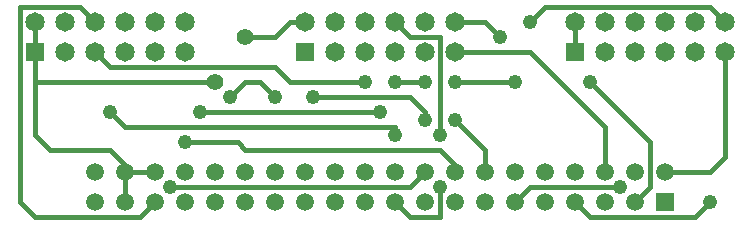
<source format=gbr>
G04 EasyPC Gerber Version 21.0.3 Build 4286 *
%FSLAX35Y35*%
%MOIN*%
%ADD14R,0.05906X0.05906*%
%ADD16R,0.06496X0.06496*%
%ADD19C,0.01500*%
%ADD18C,0.04800*%
%ADD24C,0.05600*%
%ADD15C,0.05906*%
%ADD17C,0.06496*%
X0Y0D02*
D02*
D14*
X225250Y15250D03*
D02*
D15*
X35250D03*
Y25250D03*
X45250Y15250D03*
Y25250D03*
X55250Y15250D03*
Y25250D03*
X65250Y15250D03*
Y25250D03*
X75250Y15250D03*
Y25250D03*
X85250Y15250D03*
Y25250D03*
X95250Y15250D03*
Y25250D03*
X105250Y15250D03*
Y25250D03*
X115250Y15250D03*
Y25250D03*
X125250Y15250D03*
Y25250D03*
X135250Y15250D03*
Y25250D03*
X145250Y15250D03*
Y25250D03*
X155250Y15250D03*
Y25250D03*
X165250Y15250D03*
Y25250D03*
X175250Y15250D03*
Y25250D03*
X185250Y15250D03*
Y25250D03*
X195250Y15250D03*
Y25250D03*
X205250Y15250D03*
Y25250D03*
X215250Y15250D03*
Y25250D03*
X225250D03*
D02*
D16*
X15250Y65250D03*
X105250D03*
X195250D03*
D02*
D17*
X15250Y75250D03*
X25250Y65250D03*
Y75250D03*
X35250Y65250D03*
Y75250D03*
X45250Y65250D03*
Y75250D03*
X55250Y65250D03*
Y75250D03*
X65250Y65250D03*
Y75250D03*
X105250D03*
X115250Y65250D03*
Y75250D03*
X125250Y65250D03*
Y75250D03*
X135250Y65250D03*
Y75250D03*
X145250Y65250D03*
Y75250D03*
X155250Y65250D03*
Y75250D03*
X195250D03*
X205250Y65250D03*
Y75250D03*
X215250Y65250D03*
Y75250D03*
X225250Y65250D03*
Y75250D03*
X235250Y65250D03*
Y75250D03*
X245250Y65250D03*
Y75250D03*
D02*
D18*
X40250Y45250D03*
X55250Y65250D03*
X60250Y20250D03*
X65250Y35250D03*
X70250Y45250D03*
X80250Y50250D03*
X95250D03*
X107750D03*
X125250Y55250D03*
X130250Y45250D03*
X135250Y37750D03*
Y55250D03*
X145250Y42750D03*
Y55250D03*
X150250Y20250D03*
Y37750D03*
X155250Y42750D03*
Y55250D03*
X170250Y70250D03*
X175250Y55250D03*
X180250Y75250D03*
X200250Y55250D03*
X210250Y20250D03*
X240250Y15250D03*
D02*
D19*
X15250Y55250D02*
X75250D01*
X15250D02*
Y65250D01*
Y75250*
X35250Y65250D02*
X40250Y60250D01*
X95250*
X100250Y55250*
X125250*
X35250Y75250D02*
X30250Y80250D01*
X10250*
Y15250*
X15250Y10250*
X50250*
X55250Y15250*
X40250Y45250D02*
X45250Y40250D01*
X135250*
Y37750*
X45250Y25250D02*
Y27750D01*
X40250Y32750*
X20250*
X15250Y37750*
Y55250*
X45250Y25250D02*
Y15250D01*
X55250Y25250D02*
X45250D01*
X55250Y65250D02*
X60250Y20250*
X140250D01*
X145250Y25250*
X65250Y35250D02*
X82750D01*
X85250Y32750*
X150250*
X155250Y27750*
Y25250*
X80250Y50250D02*
X85250Y55250D01*
X90250*
X95250Y50250*
X85250Y70250D02*
X95250D01*
X100250Y75250*
X105250*
X107750Y50250D02*
X140250D01*
X145250Y45250*
Y42750*
X130250Y45250D02*
X70250D01*
X135250Y55250D02*
X145250D01*
X150250Y20250D02*
Y10250D01*
X140250*
X135250Y15250*
X150250Y37750D02*
Y70250D01*
X140250*
X135250Y75250*
X155250Y55250D02*
X175250D01*
X165250Y25250D02*
Y32750D01*
X155250Y42750*
X170250Y70250D02*
X165250Y75250D01*
X155250*
X180250D02*
X185250Y80250D01*
X240250*
X245250Y75250*
X195250D02*
Y65250D01*
X205250Y25250D02*
Y40250D01*
X180250Y65250*
X155250*
X210250Y20250D02*
X180250D01*
X175250Y15250*
X215250D02*
X220250Y20250D01*
Y35250*
X200250Y55250*
X240250Y15250D02*
X235250Y10250D01*
X200250*
X195250Y15250*
X245250Y65250D02*
Y30250D01*
X240250Y25250*
X225250*
D02*
D24*
X75250Y55250D03*
X85250Y70250D03*
X0Y0D02*
M02*

</source>
